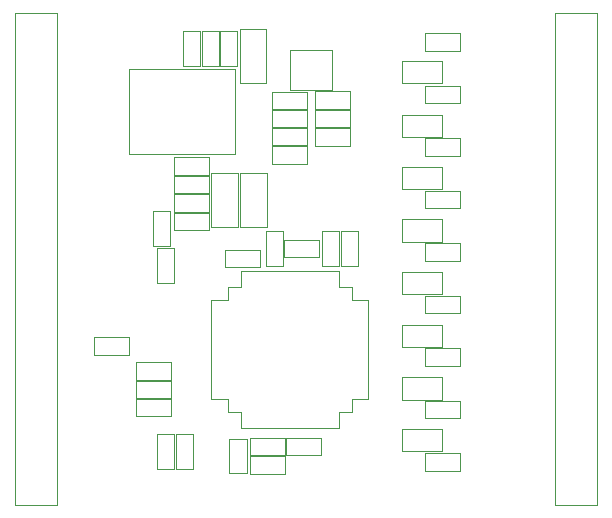
<source format=gbr>
G04 #@! TF.GenerationSoftware,KiCad,Pcbnew,(5.0.0)*
G04 #@! TF.CreationDate,2020-03-24T21:51:59+11:00*
G04 #@! TF.ProjectId,DAQ Board,44415120426F6172642E6B696361645F,rev?*
G04 #@! TF.SameCoordinates,Original*
G04 #@! TF.FileFunction,Other,User*
%FSLAX46Y46*%
G04 Gerber Fmt 4.6, Leading zero omitted, Abs format (unit mm)*
G04 Created by KiCad (PCBNEW (5.0.0)) date 03/24/20 21:51:59*
%MOMM*%
%LPD*%
G01*
G04 APERTURE LIST*
%ADD10C,0.050000*%
G04 APERTURE END LIST*
D10*
G04 #@! TO.C,C21*
X98720000Y-90790000D02*
X101680000Y-90790000D01*
X98720000Y-92250000D02*
X98720000Y-90790000D01*
X101680000Y-92250000D02*
X98720000Y-92250000D01*
X101680000Y-90790000D02*
X101680000Y-92250000D01*
G04 #@! TO.C,C15*
X101670000Y-87690000D02*
X101670000Y-89150000D01*
X101670000Y-89150000D02*
X98710000Y-89150000D01*
X98710000Y-89150000D02*
X98710000Y-87690000D01*
X98710000Y-87690000D02*
X101670000Y-87690000D01*
G04 #@! TO.C,C18*
X101670000Y-89230000D02*
X101670000Y-90690000D01*
X101670000Y-90690000D02*
X98710000Y-90690000D01*
X98710000Y-90690000D02*
X98710000Y-89230000D01*
X98710000Y-89230000D02*
X101670000Y-89230000D01*
G04 #@! TO.C,C28*
X99740000Y-100180000D02*
X99740000Y-98720000D01*
X99740000Y-98720000D02*
X102700000Y-98720000D01*
X102700000Y-98720000D02*
X102700000Y-100180000D01*
X102700000Y-100180000D02*
X99740000Y-100180000D01*
G04 #@! TO.C,J1*
X80540000Y-79458750D02*
X76940000Y-79458750D01*
X80540000Y-121158750D02*
X80540000Y-79458750D01*
X76940000Y-121158750D02*
X80540000Y-121158750D01*
X76940000Y-79458750D02*
X76940000Y-121158750D01*
G04 #@! TO.C,J2*
X126260000Y-121180000D02*
X126260000Y-79480000D01*
X126260000Y-79480000D02*
X122660000Y-79480000D01*
X122660000Y-79480000D02*
X122660000Y-121180000D01*
X122660000Y-121180000D02*
X126260000Y-121180000D01*
G04 #@! TO.C,C3*
X95810000Y-97610000D02*
X93570000Y-97610000D01*
X93570000Y-97610000D02*
X93570000Y-93050000D01*
X93570000Y-93050000D02*
X95810000Y-93050000D01*
X95810000Y-93050000D02*
X95810000Y-97610000D01*
G04 #@! TO.C,C2*
X94319572Y-84008518D02*
X94319572Y-81048518D01*
X95779572Y-84008518D02*
X94319572Y-84008518D01*
X95779572Y-81048518D02*
X95779572Y-84008518D01*
X94319572Y-81048518D02*
X95779572Y-81048518D01*
G04 #@! TO.C,C4*
X92749572Y-81048518D02*
X94209572Y-81048518D01*
X94209572Y-81048518D02*
X94209572Y-84008518D01*
X94209572Y-84008518D02*
X92749572Y-84008518D01*
X92749572Y-84008518D02*
X92749572Y-81048518D01*
G04 #@! TO.C,C6*
X91169572Y-84008518D02*
X91169572Y-81048518D01*
X92629572Y-84008518D02*
X91169572Y-84008518D01*
X92629572Y-81048518D02*
X92629572Y-84008518D01*
X91169572Y-81048518D02*
X92629572Y-81048518D01*
G04 #@! TO.C,C5*
X102338518Y-90730428D02*
X102338518Y-89270428D01*
X102338518Y-89270428D02*
X105298518Y-89270428D01*
X105298518Y-89270428D02*
X105298518Y-90730428D01*
X105298518Y-90730428D02*
X102338518Y-90730428D01*
G04 #@! TO.C,C7*
X105288518Y-89150428D02*
X102328518Y-89150428D01*
X105288518Y-87690428D02*
X105288518Y-89150428D01*
X102328518Y-87690428D02*
X105288518Y-87690428D01*
X102328518Y-89150428D02*
X102328518Y-87690428D01*
G04 #@! TO.C,C8*
X102318518Y-87590428D02*
X102318518Y-86130428D01*
X102318518Y-86130428D02*
X105278518Y-86130428D01*
X105278518Y-86130428D02*
X105278518Y-87590428D01*
X105278518Y-87590428D02*
X102318518Y-87590428D01*
G04 #@! TO.C,C11*
X90438518Y-93170428D02*
X90438518Y-91710428D01*
X90438518Y-91710428D02*
X93398518Y-91710428D01*
X93398518Y-91710428D02*
X93398518Y-93170428D01*
X93398518Y-93170428D02*
X90438518Y-93170428D01*
G04 #@! TO.C,C14*
X90438518Y-94750428D02*
X90438518Y-93290428D01*
X90438518Y-93290428D02*
X93398518Y-93290428D01*
X93398518Y-93290428D02*
X93398518Y-94750428D01*
X93398518Y-94750428D02*
X90438518Y-94750428D01*
G04 #@! TO.C,C17*
X93398518Y-96310428D02*
X90438518Y-96310428D01*
X93398518Y-94850428D02*
X93398518Y-96310428D01*
X90438518Y-94850428D02*
X93398518Y-94850428D01*
X90438518Y-96310428D02*
X90438518Y-94850428D01*
G04 #@! TO.C,C19*
X90446018Y-97890428D02*
X90446018Y-96430428D01*
X90446018Y-96430428D02*
X93406018Y-96430428D01*
X93406018Y-96430428D02*
X93406018Y-97890428D01*
X93406018Y-97890428D02*
X90446018Y-97890428D01*
G04 #@! TO.C,C12*
X101680000Y-86140000D02*
X101680000Y-87600000D01*
X101680000Y-87600000D02*
X98720000Y-87600000D01*
X98720000Y-87600000D02*
X98720000Y-86140000D01*
X98720000Y-86140000D02*
X101680000Y-86140000D01*
G04 #@! TO.C,C1*
X95999572Y-80868518D02*
X98239572Y-80868518D01*
X98239572Y-80868518D02*
X98239572Y-85428518D01*
X98239572Y-85428518D02*
X95999572Y-85428518D01*
X95999572Y-85428518D02*
X95999572Y-80868518D01*
G04 #@! TO.C,ADC1*
X100212928Y-114633482D02*
X104362928Y-114633482D01*
X104362928Y-114633482D02*
X104362928Y-113233482D01*
X104362928Y-113233482D02*
X105462928Y-113233482D01*
X105462928Y-113233482D02*
X105462928Y-112133482D01*
X105462928Y-112133482D02*
X106862928Y-112133482D01*
X106862928Y-112133482D02*
X106862928Y-107983482D01*
X100212928Y-114633482D02*
X96062928Y-114633482D01*
X96062928Y-114633482D02*
X96062928Y-113233482D01*
X96062928Y-113233482D02*
X94962928Y-113233482D01*
X94962928Y-113233482D02*
X94962928Y-112133482D01*
X94962928Y-112133482D02*
X93562928Y-112133482D01*
X93562928Y-112133482D02*
X93562928Y-107983482D01*
X100212928Y-101333482D02*
X96062928Y-101333482D01*
X96062928Y-101333482D02*
X96062928Y-102733482D01*
X96062928Y-102733482D02*
X94962928Y-102733482D01*
X94962928Y-102733482D02*
X94962928Y-103833482D01*
X94962928Y-103833482D02*
X93562928Y-103833482D01*
X93562928Y-103833482D02*
X93562928Y-107983482D01*
X100212928Y-101333482D02*
X104362928Y-101333482D01*
X104362928Y-101333482D02*
X104362928Y-102733482D01*
X104362928Y-102733482D02*
X105462928Y-102733482D01*
X105462928Y-102733482D02*
X105462928Y-103833482D01*
X105462928Y-103833482D02*
X106862928Y-103833482D01*
X106862928Y-103833482D02*
X106862928Y-107983482D01*
G04 #@! TO.C,C10*
X109737828Y-110336022D02*
X113097828Y-110336022D01*
X109737828Y-112236022D02*
X109737828Y-110336022D01*
X113097828Y-112236022D02*
X109737828Y-112236022D01*
X113097828Y-110336022D02*
X113097828Y-112236022D01*
G04 #@! TO.C,C13*
X113108228Y-105870702D02*
X113108228Y-107770702D01*
X113108228Y-107770702D02*
X109748228Y-107770702D01*
X109748228Y-107770702D02*
X109748228Y-105870702D01*
X109748228Y-105870702D02*
X113108228Y-105870702D01*
G04 #@! TO.C,C9*
X109750768Y-114717522D02*
X113110768Y-114717522D01*
X109750768Y-116617522D02*
X109750768Y-114717522D01*
X113110768Y-116617522D02*
X109750768Y-116617522D01*
X113110768Y-114717522D02*
X113110768Y-116617522D01*
G04 #@! TO.C,C22*
X113095768Y-92500142D02*
X113095768Y-94400142D01*
X113095768Y-94400142D02*
X109735768Y-94400142D01*
X109735768Y-94400142D02*
X109735768Y-92500142D01*
X109735768Y-92500142D02*
X113095768Y-92500142D01*
G04 #@! TO.C,C26*
X102835928Y-115444982D02*
X102835928Y-116904982D01*
X102835928Y-116904982D02*
X99875928Y-116904982D01*
X99875928Y-116904982D02*
X99875928Y-115444982D01*
X99875928Y-115444982D02*
X102835928Y-115444982D01*
G04 #@! TO.C,C29*
X104540428Y-100933982D02*
X104540428Y-97973982D01*
X106000428Y-100933982D02*
X104540428Y-100933982D01*
X106000428Y-97973982D02*
X106000428Y-100933982D01*
X104540428Y-97973982D02*
X106000428Y-97973982D01*
G04 #@! TO.C,C27*
X102950428Y-100923982D02*
X102950428Y-97963982D01*
X104410428Y-100923982D02*
X102950428Y-100923982D01*
X104410428Y-97963982D02*
X104410428Y-100923982D01*
X102950428Y-97963982D02*
X104410428Y-97963982D01*
G04 #@! TO.C,C25*
X99630428Y-97931482D02*
X99630428Y-100891482D01*
X98170428Y-97931482D02*
X99630428Y-97931482D01*
X98170428Y-100891482D02*
X98170428Y-97931482D01*
X99630428Y-100891482D02*
X98170428Y-100891482D01*
G04 #@! TO.C,C31*
X98250000Y-93040000D02*
X98250000Y-97600000D01*
X96010000Y-93040000D02*
X98250000Y-93040000D01*
X96010000Y-97600000D02*
X96010000Y-93040000D01*
X98250000Y-97600000D02*
X96010000Y-97600000D01*
G04 #@! TO.C,C32*
X96570000Y-115520000D02*
X96570000Y-118480000D01*
X95110000Y-115520000D02*
X96570000Y-115520000D01*
X95110000Y-118480000D02*
X95110000Y-115520000D01*
X96570000Y-118480000D02*
X95110000Y-118480000D01*
G04 #@! TO.C,C20*
X109758388Y-96973082D02*
X113118388Y-96973082D01*
X109758388Y-98873082D02*
X109758388Y-96973082D01*
X113118388Y-98873082D02*
X109758388Y-98873082D01*
X113118388Y-96973082D02*
X113118388Y-98873082D01*
G04 #@! TO.C,C23*
X113085368Y-88095782D02*
X113085368Y-89995782D01*
X113085368Y-89995782D02*
X109725368Y-89995782D01*
X109725368Y-89995782D02*
X109725368Y-88095782D01*
X109725368Y-88095782D02*
X113085368Y-88095782D01*
G04 #@! TO.C,C34*
X94770428Y-99571482D02*
X97730428Y-99571482D01*
X94770428Y-101031482D02*
X94770428Y-99571482D01*
X97730428Y-101031482D02*
X94770428Y-101031482D01*
X97730428Y-99571482D02*
X97730428Y-101031482D01*
G04 #@! TO.C,C16*
X113108228Y-101425702D02*
X113108228Y-103325702D01*
X113108228Y-103325702D02*
X109748228Y-103325702D01*
X109748228Y-103325702D02*
X109748228Y-101425702D01*
X109748228Y-101425702D02*
X113108228Y-101425702D01*
G04 #@! TO.C,C24*
X109728148Y-83536482D02*
X113088148Y-83536482D01*
X109728148Y-85436482D02*
X109728148Y-83536482D01*
X113088148Y-85436482D02*
X109728148Y-85436482D01*
X113088148Y-83536482D02*
X113088148Y-85436482D01*
G04 #@! TO.C,C35*
X92040428Y-115161482D02*
X92040428Y-118121482D01*
X90580428Y-115161482D02*
X92040428Y-115161482D01*
X90580428Y-118121482D02*
X90580428Y-115161482D01*
X92040428Y-118121482D02*
X90580428Y-118121482D01*
G04 #@! TO.C,C36*
X90430428Y-115158982D02*
X90430428Y-118118982D01*
X88970428Y-115158982D02*
X90430428Y-115158982D01*
X88970428Y-118118982D02*
X88970428Y-115158982D01*
X90430428Y-118118982D02*
X88970428Y-118118982D01*
G04 #@! TO.C,C30*
X96820428Y-116901482D02*
X96820428Y-115441482D01*
X96820428Y-115441482D02*
X99780428Y-115441482D01*
X99780428Y-115441482D02*
X99780428Y-116901482D01*
X99780428Y-116901482D02*
X96820428Y-116901482D01*
G04 #@! TO.C,C33*
X96820428Y-118501482D02*
X96820428Y-117041482D01*
X96820428Y-117041482D02*
X99780428Y-117041482D01*
X99780428Y-117041482D02*
X99780428Y-118501482D01*
X99780428Y-118501482D02*
X96820428Y-118501482D01*
G04 #@! TO.C,R13*
X86560000Y-106950000D02*
X86560000Y-108410000D01*
X86560000Y-108410000D02*
X83600000Y-108410000D01*
X83600000Y-108410000D02*
X83600000Y-106950000D01*
X83600000Y-106950000D02*
X86560000Y-106950000D01*
G04 #@! TO.C,R9*
X114635428Y-91566482D02*
X111675428Y-91566482D01*
X114635428Y-90106482D02*
X114635428Y-91566482D01*
X111675428Y-90106482D02*
X114635428Y-90106482D01*
X111675428Y-91566482D02*
X111675428Y-90106482D01*
G04 #@! TO.C,R7*
X111675428Y-100456482D02*
X111675428Y-98996482D01*
X111675428Y-98996482D02*
X114635428Y-98996482D01*
X114635428Y-98996482D02*
X114635428Y-100456482D01*
X114635428Y-100456482D02*
X111675428Y-100456482D01*
G04 #@! TO.C,R11*
X111675428Y-82676482D02*
X111675428Y-81216482D01*
X111675428Y-81216482D02*
X114635428Y-81216482D01*
X114635428Y-81216482D02*
X114635428Y-82676482D01*
X114635428Y-82676482D02*
X111675428Y-82676482D01*
G04 #@! TO.C,R14*
X90140428Y-113641482D02*
X87180428Y-113641482D01*
X90140428Y-112181482D02*
X90140428Y-113641482D01*
X87180428Y-112181482D02*
X90140428Y-112181482D01*
X87180428Y-113641482D02*
X87180428Y-112181482D01*
G04 #@! TO.C,R17*
X87170428Y-110541482D02*
X87170428Y-109081482D01*
X87170428Y-109081482D02*
X90130428Y-109081482D01*
X90130428Y-109081482D02*
X90130428Y-110541482D01*
X90130428Y-110541482D02*
X87170428Y-110541482D01*
G04 #@! TO.C,R5*
X114635428Y-109346482D02*
X111675428Y-109346482D01*
X114635428Y-107886482D02*
X114635428Y-109346482D01*
X111675428Y-107886482D02*
X114635428Y-107886482D01*
X111675428Y-109346482D02*
X111675428Y-107886482D01*
G04 #@! TO.C,R6*
X114635428Y-104901482D02*
X111675428Y-104901482D01*
X114635428Y-103441482D02*
X114635428Y-104901482D01*
X111675428Y-103441482D02*
X114635428Y-103441482D01*
X111675428Y-104901482D02*
X111675428Y-103441482D01*
G04 #@! TO.C,R15*
X90130428Y-112081482D02*
X87170428Y-112081482D01*
X90130428Y-110621482D02*
X90130428Y-112081482D01*
X87170428Y-110621482D02*
X90130428Y-110621482D01*
X87170428Y-112081482D02*
X87170428Y-110621482D01*
G04 #@! TO.C,R10*
X111675428Y-87121482D02*
X111675428Y-85661482D01*
X111675428Y-85661482D02*
X114635428Y-85661482D01*
X114635428Y-85661482D02*
X114635428Y-87121482D01*
X114635428Y-87121482D02*
X111675428Y-87121482D01*
G04 #@! TO.C,R3*
X111675428Y-118236482D02*
X111675428Y-116776482D01*
X111675428Y-116776482D02*
X114635428Y-116776482D01*
X114635428Y-116776482D02*
X114635428Y-118236482D01*
X114635428Y-118236482D02*
X111675428Y-118236482D01*
G04 #@! TO.C,R8*
X111675428Y-96011482D02*
X111675428Y-94551482D01*
X111675428Y-94551482D02*
X114635428Y-94551482D01*
X114635428Y-94551482D02*
X114635428Y-96011482D01*
X114635428Y-96011482D02*
X111675428Y-96011482D01*
G04 #@! TO.C,R4*
X114635428Y-113791482D02*
X111675428Y-113791482D01*
X114635428Y-112331482D02*
X114635428Y-113791482D01*
X111675428Y-112331482D02*
X114635428Y-112331482D01*
X111675428Y-113791482D02*
X111675428Y-112331482D01*
G04 #@! TO.C,R12*
X90090000Y-99230000D02*
X88630000Y-99230000D01*
X88630000Y-99230000D02*
X88630000Y-96270000D01*
X88630000Y-96270000D02*
X90090000Y-96270000D01*
X90090000Y-96270000D02*
X90090000Y-99230000D01*
G04 #@! TO.C,U2*
X100268518Y-86000428D02*
X100268518Y-82600428D01*
X100268518Y-82600428D02*
X103768518Y-82600428D01*
X103768518Y-82600428D02*
X103768518Y-86000428D01*
X103768518Y-86000428D02*
X100268518Y-86000428D01*
G04 #@! TO.C,D1*
X90422902Y-99422134D02*
X90422902Y-102382134D01*
X88962902Y-99422134D02*
X90422902Y-99422134D01*
X88962902Y-102382134D02*
X88962902Y-99422134D01*
X90422902Y-102382134D02*
X88962902Y-102382134D01*
G04 #@! TO.C,U1*
X86638518Y-84240428D02*
X95618518Y-84240428D01*
X86638518Y-84240428D02*
X86638518Y-91440428D01*
X95618518Y-91440428D02*
X95618518Y-84240428D01*
X95618518Y-91440428D02*
X86638518Y-91440428D01*
G04 #@! TD*
M02*

</source>
